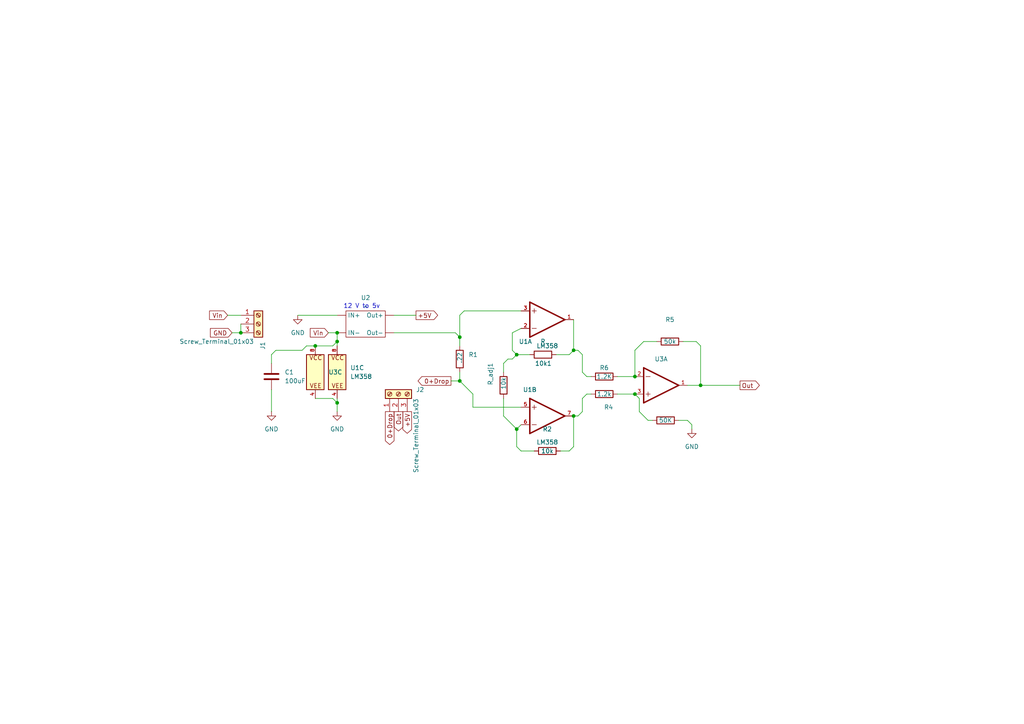
<source format=kicad_sch>
(kicad_sch (version 20231120) (generator "eeschema") (generator_version "8.0")
  (paper "A4")
  (lib_symbols
    (symbol "Connector:Screw_Terminal_01x03" (pin_names (offset 1.016) hide)
      (property "Reference" "J" (at 0 5.08 0))
      (property "Value" "Screw_Terminal_01x03" (at 0 -5.08 0))
      (symbol "Screw_Terminal_01x03_1_1"
        (rectangle (start -1.27 3.81) (end 1.27 -3.81) (stroke (width 0.254)) (fill (type background)))
        (circle (center 0 -2.54) (radius 0.635) (stroke (width 0.1524)))
        (polyline (pts (xy -0.5334 -2.2098) (xy 0.3302 -3.048)) (stroke (width 0.1524)))
        (polyline (pts (xy -0.5334 0.3302) (xy 0.3302 -0.508)) (stroke (width 0.1524)))
        (polyline (pts (xy -0.5334 2.8702) (xy 0.3302 2.032)) (stroke (width 0.1524)))
        (polyline (pts (xy -0.3556 -2.032) (xy 0.508 -2.8702)) (stroke (width 0.1524)))
        (polyline (pts (xy -0.3556 0.508) (xy 0.508 -0.3302)) (stroke (width 0.1524)))
        (polyline (pts (xy -0.3556 3.048) (xy 0.508 2.2098)) (stroke (width 0.1524)))
        (circle (center 0 0) (radius 0.635) (stroke (width 0.1524)))
        (circle (center 0 2.54) (radius 0.635) (stroke (width 0.1524)))
        (pin passive line (at -5.08 2.54 0) (length 3.81) (name "Pin_1") (number "1"))
        (pin passive line (at -5.08 0 0) (length 3.81) (name "Pin_2") (number "2"))
        (pin passive line (at -5.08 -2.54 0) (length 3.81) (name "Pin_3") (number "3"))
      )
    )
    (symbol "Device:C" (pin_numbers hide) (pin_names (offset 0.254))
      (property "Reference" "C" (at 0.635 2.54 0))
      (property "Value" "C" (at 0.635 -2.54 0))
      (symbol "C_0_1"
        (polyline (pts (xy -2.032 -0.762) (xy 2.032 -0.762)) (stroke (width 0.508)))
        (polyline (pts (xy -2.032 0.762) (xy 2.032 0.762)) (stroke (width 0.508)))
      )
      (symbol "C_1_1"
        (pin passive line (at 0 3.81 270) (length 2.794) (name "~") (number "1"))
        (pin passive line (at 0 -3.81 90) (length 2.794) (name "~") (number "2"))
      )
    )
    (symbol "Device:R" (pin_numbers hide) (pin_names (offset 0))
      (property "Reference" "R" (at 2.032 0 90))
      (property "Value" "R" (at 0 0 90))
      (symbol "R_0_1"
        (rectangle (start -1.016 -2.54) (end 1.016 2.54) (stroke (width 0.254)))
      )
      (symbol "R_1_1"
        (pin passive line (at 0 3.81 270) (length 1.27) (name "~") (number "1"))
        (pin passive line (at 0 -3.81 90) (length 1.27) (name "~") (number "2"))
      )
    )
    (symbol "LM358:LM358" (pin_names (offset 1.016))
      (property "Reference" "U" (at -5.08 5.842 0))
      (symbol "LM358_1_0"
        (polyline (pts (xy -5.08 -5.08) (xy 5.08 0)) (stroke (width 0.4064)))
        (polyline (pts (xy -5.08 5.08) (xy -5.08 -5.08)) (stroke (width 0.4064)))
        (polyline (pts (xy -4.445 -2.54) (xy -3.175 -2.54)) (stroke (width 0.1524)))
        (polyline (pts (xy -4.445 2.54) (xy -3.175 2.54)) (stroke (width 0.1524)))
        (polyline (pts (xy -3.81 -1.905) (xy -3.81 -3.175)) (stroke (width 0.1524)))
        (polyline (pts (xy 5.08 0) (xy -5.08 5.08)) (stroke (width 0.4064)))
        (pin output line (at 7.62 0 180) (length 2.54) (name "~") (number "1"))
        (pin input line (at -7.62 2.54 0) (length 2.54) (name "~") (number "2"))
        (pin input line (at -7.62 -2.54 0) (length 2.54) (name "~") (number "3"))
      )
      (symbol "LM358_2_0"
        (polyline (pts (xy -5.08 -5.08) (xy 5.08 0)) (stroke (width 0.4064)))
        (polyline (pts (xy -5.08 5.08) (xy -5.08 -5.08)) (stroke (width 0.4064)))
        (polyline (pts (xy -4.445 -2.54) (xy -3.175 -2.54)) (stroke (width 0.1524)))
        (polyline (pts (xy -4.445 2.54) (xy -3.175 2.54)) (stroke (width 0.1524)))
        (polyline (pts (xy -3.81 -1.905) (xy -3.81 -3.175)) (stroke (width 0.1524)))
        (polyline (pts (xy 5.08 0) (xy -5.08 5.08)) (stroke (width 0.4064)))
        (pin input line (at -7.62 -2.54 0) (length 2.54) (name "~") (number "5"))
        (pin input line (at -7.62 2.54 0) (length 2.54) (name "~") (number "6"))
        (pin output line (at 7.62 0 180) (length 2.54) (name "~") (number "7"))
      )
      (symbol "LM358_3_0"
        (rectangle (start -2.54 -5.08) (end 2.54 5.08) (stroke (width 0.254)) (fill (type background)))
        (text "VCC" (at 0.127 3.429 0) (effects (font (size 1.27 1.27)) (justify bottom)))
        (text "VEE" (at 0.127 -4.699 0) (effects (font (size 1.27 1.27)) (justify bottom)))
        (pin bidirectional line (at 0 -7.62 90) (length 2.54) (name "~") (number "4"))
        (pin bidirectional line (at 0 7.62 270) (length 2.54) (name "~") (number "8"))
      )
    )
    (symbol "LM358_1" (pin_names (offset 1.016))
      (property "Reference" "U" (at -5.08 5.842 0))
      (symbol "LM358_1_1_0"
        (polyline (pts (xy -5.08 -5.08) (xy 5.08 0)) (stroke (width 0.4064)))
        (polyline (pts (xy -5.08 5.08) (xy -5.08 -5.08)) (stroke (width 0.4064)))
        (polyline (pts (xy -4.445 -2.54) (xy -3.175 -2.54)) (stroke (width 0.1524)))
        (polyline (pts (xy -4.445 2.54) (xy -3.175 2.54)) (stroke (width 0.1524)))
        (polyline (pts (xy -3.81 -1.905) (xy -3.81 -3.175)) (stroke (width 0.1524)))
        (polyline (pts (xy 5.08 0) (xy -5.08 5.08)) (stroke (width 0.4064)))
        (pin output line (at 7.62 0 180) (length 2.54) (name "~") (number "1"))
        (pin input line (at -7.62 2.54 0) (length 2.54) (name "~") (number "2"))
        (pin input line (at -7.62 -2.54 0) (length 2.54) (name "~") (number "3"))
      )
      (symbol "LM358_1_2_0"
        (polyline (pts (xy -5.08 -5.08) (xy 5.08 0)) (stroke (width 0.4064)))
        (polyline (pts (xy -5.08 5.08) (xy -5.08 -5.08)) (stroke (width 0.4064)))
        (polyline (pts (xy -4.445 -2.54) (xy -3.175 -2.54)) (stroke (width 0.1524)))
        (polyline (pts (xy -4.445 2.54) (xy -3.175 2.54)) (stroke (width 0.1524)))
        (polyline (pts (xy -3.81 -1.905) (xy -3.81 -3.175)) (stroke (width 0.1524)))
        (polyline (pts (xy 5.08 0) (xy -5.08 5.08)) (stroke (width 0.4064)))
        (pin input line (at -7.62 -2.54 0) (length 2.54) (name "~") (number "5"))
        (pin input line (at -7.62 2.54 0) (length 2.54) (name "~") (number "6"))
        (pin output line (at 7.62 0 180) (length 2.54) (name "~") (number "7"))
      )
      (symbol "LM358_1_3_0"
        (rectangle (start -2.54 -5.08) (end 2.54 5.08) (stroke (width 0.254)) (fill (type background)))
        (text "VCC" (at 0.127 3.429 0) (effects (font (size 1.27 1.27)) (justify bottom)))
        (text "VEE" (at 0.127 -4.699 0) (effects (font (size 1.27 1.27)) (justify bottom)))
        (pin bidirectional line (at 0 -7.62 90) (length 2.54) (name "~") (number "4"))
        (pin bidirectional line (at 0 7.62 270) (length 2.54) (name "~") (number "8"))
      )
    )
    (symbol "LM358_2" (pin_names (offset 1.016))
      (property "Reference" "U" (at -5.08 5.842 0))
      (symbol "LM358_2_1_0"
        (polyline (pts (xy -5.08 -5.08) (xy 5.08 0)) (stroke (width 0.4064)))
        (polyline (pts (xy -5.08 5.08) (xy -5.08 -5.08)) (stroke (width 0.4064)))
        (polyline (pts (xy -4.445 -2.54) (xy -3.175 -2.54)) (stroke (width 0.1524)))
        (polyline (pts (xy -4.445 2.54) (xy -3.175 2.54)) (stroke (width 0.1524)))
        (polyline (pts (xy -3.81 -1.905) (xy -3.81 -3.175)) (stroke (width 0.1524)))
        (polyline (pts (xy 5.08 0) (xy -5.08 5.08)) (stroke (width 0.4064)))
        (pin output line (at 7.62 0 180) (length 2.54) (name "~") (number "1"))
        (pin input line (at -7.62 2.54 0) (length 2.54) (name "~") (number "2"))
        (pin input line (at -7.62 -2.54 0) (length 2.54) (name "~") (number "3"))
      )
      (symbol "LM358_2_2_0"
        (polyline (pts (xy -5.08 -5.08) (xy 5.08 0)) (stroke (width 0.4064)))
        (polyline (pts (xy -5.08 5.08) (xy -5.08 -5.08)) (stroke (width 0.4064)))
        (polyline (pts (xy -4.445 -2.54) (xy -3.175 -2.54)) (stroke (width 0.1524)))
        (polyline (pts (xy -4.445 2.54) (xy -3.175 2.54)) (stroke (width 0.1524)))
        (polyline (pts (xy -3.81 -1.905) (xy -3.81 -3.175)) (stroke (width 0.1524)))
        (polyline (pts (xy 5.08 0) (xy -5.08 5.08)) (stroke (width 0.4064)))
        (pin input line (at -7.62 -2.54 0) (length 2.54) (name "~") (number "5"))
        (pin input line (at -7.62 2.54 0) (length 2.54) (name "~") (number "6"))
        (pin output line (at 7.62 0 180) (length 2.54) (name "~") (number "7"))
      )
      (symbol "LM358_2_3_0"
        (rectangle (start -2.54 -5.08) (end 2.54 5.08) (stroke (width 0.254)) (fill (type background)))
        (text "VCC" (at 0.127 3.429 0) (effects (font (size 1.27 1.27)) (justify bottom)))
        (text "VEE" (at 0.127 -4.699 0) (effects (font (size 1.27 1.27)) (justify bottom)))
        (pin bidirectional line (at 0 -7.62 90) (length 2.54) (name "~") (number "4"))
        (pin bidirectional line (at 0 7.62 270) (length 2.54) (name "~") (number "8"))
      )
    )
    (symbol "New_Library_0:dc_buck_down_converter"
      (property "Reference" "U" (at 0.762 2.286 0))
      (symbol "dc_buck_down_converter_0_1"
        (rectangle (start 0 0) (end 11.43 -7.62))
      )
      (symbol "dc_buck_down_converter_1_1"
        (pin input line (at -2.54 -1.27 0) (length 2.54) (name "IN+") (number ""))
        (pin input line (at -2.54 -6.35 0) (length 2.54) (name "IN-") (number ""))
        (pin output line (at 13.97 -1.27 180) (length 2.54) (name "Out+") (number ""))
        (pin output line (at 13.97 -6.35 180) (length 2.54) (name "Out-") (number ""))
      )
    )
    (symbol "power:GND" (power) (pin_numbers hide) (pin_names (offset 0) hide)
      (property "Value" "GND" (at 0 -3.81 0))
      (symbol "GND_0_1"
        (polyline (pts (xy 0 0) (xy 0 -1.27) (xy 1.27 -1.27) (xy 0 -2.54) (xy -1.27 -1.27) (xy 0 -1.27)))
      )
      (symbol "GND_1_1"
        (pin power_in line (at 0 0 270) (length 0) (name "~") (number "1"))
      )
    )
  )
  (junction (at 184.15 114.3))
  (junction (at 184.15 109.22))
  (junction (at 166.37 101.6))
  (junction (at 97.79 96.52))
  (junction (at 149.86 102.87))
  (junction (at 97.79 99.06))
  (junction (at 69.85 96.52))
  (junction (at 166.37 120.65))
  (junction (at 149.86 124.46))
  (junction (at 91.44 100.33))
  (junction (at 97.79 116.84))
  (junction (at 133.35 110.49))
  (junction (at 133.35 97.79))
  (junction (at 203.2 111.76))
  (wire (pts (xy 97.79 115.57) (xy 97.79 116.84)))
  (wire (pts (xy 198.12 99.06) (xy 201.93 99.06)))
  (wire (pts (xy 170.18 114.3) (xy 168.91 115.57)))
  (wire (pts (xy 166.37 120.65) (xy 166.37 129.54)))
  (wire (pts (xy 78.74 113.03) (xy 78.74 119.38)))
  (wire (pts (xy 166.37 92.71) (xy 166.37 101.6)))
  (wire (pts (xy 149.86 129.54) (xy 151.13 130.81)))
  (wire (pts (xy 114.3 96.52) (xy 132.08 96.52)))
  (wire (pts (xy 200.66 123.19) (xy 200.66 124.46)))
  (wire (pts (xy 97.79 96.52) (xy 97.79 99.06)))
  (wire (pts (xy 130.81 110.49) (xy 133.35 110.49)))
  (wire (pts (xy 186.69 99.06) (xy 184.15 101.6)))
  (wire (pts (xy 151.13 95.25) (xy 148.59 96.52)))
  (wire (pts (xy 69.85 91.44) (xy 66.04 91.44)))
  (wire (pts (xy 134.62 90.17) (xy 133.35 91.44)))
  (wire (pts (xy 146.05 120.65) (xy 149.86 124.46)))
  (wire (pts (xy 184.15 101.6) (xy 184.15 109.22)))
  (wire (pts (xy 133.35 97.79) (xy 133.35 100.33)))
  (wire (pts (xy 146.05 115.57) (xy 146.05 120.65)))
  (wire (pts (xy 168.91 102.87) (xy 167.64 101.6)))
  (wire (pts (xy 166.37 101.6) (xy 167.64 101.6)))
  (wire (pts (xy 185.42 119.38) (xy 187.96 121.92)))
  (wire (pts (xy 78.74 102.87) (xy 80.01 101.6)))
  (wire (pts (xy 165.1 130.81) (xy 166.37 129.54)))
  (wire (pts (xy 170.18 109.22) (xy 168.91 107.95)))
  (wire (pts (xy 91.44 100.33) (xy 96.52 100.33)))
  (wire (pts (xy 149.86 102.87) (xy 153.67 102.87)))
  (wire (pts (xy 203.2 111.76) (xy 214.63 111.76)))
  (wire (pts (xy 146.05 105.41) (xy 147.32 104.14)))
  (wire (pts (xy 171.45 109.22) (xy 170.18 109.22)))
  (wire (pts (xy 134.62 90.17) (xy 151.13 90.17)))
  (wire (pts (xy 161.29 102.87) (xy 165.1 102.87)))
  (wire (pts (xy 185.42 115.57) (xy 185.42 119.38)))
  (wire (pts (xy 149.86 124.46) (xy 149.86 129.54)))
  (wire (pts (xy 69.85 93.98) (xy 69.85 96.52)))
  (wire (pts (xy 162.56 130.81) (xy 165.1 130.81)))
  (wire (pts (xy 137.16 118.11) (xy 137.16 114.3)))
  (wire (pts (xy 179.07 109.22) (xy 184.15 109.22)))
  (wire (pts (xy 170.18 114.3) (xy 171.45 114.3)))
  (wire (pts (xy 199.39 111.76) (xy 203.2 111.76)))
  (wire (pts (xy 96.52 100.33) (xy 97.79 99.06)))
  (wire (pts (xy 87.63 101.6) (xy 88.9 100.33)))
  (wire (pts (xy 69.85 96.52) (xy 67.31 96.52)))
  (wire (pts (xy 148.59 104.14) (xy 149.86 102.87)))
  (wire (pts (xy 151.13 123.19) (xy 149.86 124.46)))
  (wire (pts (xy 114.3 91.44) (xy 120.65 91.44)))
  (wire (pts (xy 148.59 101.6) (xy 149.86 102.87)))
  (wire (pts (xy 189.23 121.92) (xy 187.96 121.92)))
  (wire (pts (xy 91.44 115.57) (xy 96.52 115.57)))
  (wire (pts (xy 88.9 100.33) (xy 91.44 100.33)))
  (wire (pts (xy 201.93 99.06) (xy 203.2 100.33)))
  (wire (pts (xy 95.25 96.52) (xy 97.79 96.52)))
  (wire (pts (xy 165.1 102.87) (xy 166.37 101.6)))
  (wire (pts (xy 196.85 121.92) (xy 199.39 121.92)))
  (wire (pts (xy 97.79 99.06) (xy 97.79 100.33)))
  (wire (pts (xy 97.79 116.84) (xy 97.79 119.38)))
  (wire (pts (xy 151.13 130.81) (xy 154.94 130.81)))
  (wire (pts (xy 133.35 107.95) (xy 133.35 110.49)))
  (wire (pts (xy 137.16 118.11) (xy 151.13 118.11)))
  (wire (pts (xy 190.5 99.06) (xy 186.69 99.06)))
  (wire (pts (xy 168.91 115.57) (xy 168.91 119.38)))
  (wire (pts (xy 168.91 102.87) (xy 168.91 107.95)))
  (wire (pts (xy 132.08 96.52) (xy 133.35 97.79)))
  (wire (pts (xy 166.37 120.65) (xy 167.64 120.65)))
  (wire (pts (xy 133.35 91.44) (xy 133.35 97.79)))
  (wire (pts (xy 86.36 91.44) (xy 97.79 91.44)))
  (wire (pts (xy 96.52 115.57) (xy 97.79 116.84)))
  (wire (pts (xy 168.91 119.38) (xy 167.64 120.65)))
  (wire (pts (xy 179.07 114.3) (xy 184.15 114.3)))
  (wire (pts (xy 80.01 101.6) (xy 87.63 101.6)))
  (wire (pts (xy 146.05 107.95) (xy 146.05 105.41)))
  (wire (pts (xy 203.2 100.33) (xy 203.2 111.76)))
  (wire (pts (xy 199.39 121.92) (xy 200.66 123.19)))
  (wire (pts (xy 137.16 114.3) (xy 133.35 110.49)))
  (wire (pts (xy 148.59 96.52) (xy 148.59 101.6)))
  (wire (pts (xy 147.32 104.14) (xy 148.59 104.14)))
  (wire (pts (xy 78.74 102.87) (xy 78.74 105.41)))
  (wire (pts (xy 185.42 115.57) (xy 184.15 114.3)))
  (text "12 V to 5v \n" (at 105.41 88.9 0) (effects (font (size 1.27 1.27))))
  (global_label "+5V" (shape output) (at 120.65 91.44 0) (property "Intersheetrefs" "${INTERSHEET_REFS}" (effects (hide yes))))
  (global_label "Vin" (shape input) (at 66.04 91.44 180) (property "Intersheetrefs" "${INTERSHEET_REFS}" (effects (hide yes))))
  (global_label "GND" (shape input) (at 67.31 96.52 180) (property "Intersheetrefs" "${INTERSHEET_REFS}" (effects (hide yes))))
  (global_label "Out" (shape output) (at 115.57 119.38 270) (property "Intersheetrefs" "${INTERSHEET_REFS}" (effects (hide yes))))
  (global_label "0+Drop" (shape output) (at 113.03 119.38 270) (property "Intersheetrefs" "${INTERSHEET_REFS}" (effects (hide yes))))
  (global_label "0+Drop" (shape output) (at 130.81 110.49 180) (property "Intersheetrefs" "${INTERSHEET_REFS}" (effects (hide yes))))
  (global_label "Vin" (shape input) (at 95.25 96.52 180) (property "Intersheetrefs" "${INTERSHEET_REFS}" (effects (hide yes))))
  (global_label "+5V" (shape output) (at 118.11 119.38 270) (property "Intersheetrefs" "${INTERSHEET_REFS}" (effects (hide yes))))
  (global_label "Out" (shape output) (at 214.63 111.76 0) (property "Intersheetrefs" "${INTERSHEET_REFS}" (effects (hide yes))))
  (symbol (lib_id "Device:R") (at 175.26 114.3 90) (unit 1)
    (property "Reference" "R4" (at 176.53 118.11 90))
    (property "Value" "1.2k" (at 175.26 114.3 90))
    (property "Footprint" "Shunt Resistor:Resistor Qater Watt" (effects (hide yes)))
    (property "Description" "Resistor" (effects (hide yes)))
  )
  (symbol (lib_id "LM358:LM358") (at 158.75 92.71 0) (mirror x) (unit 1)
    (property "Reference" "U1" (at 152.4 99.06 0))
    (property "Value" "LM358" (at 158.75 100.33 0))
    (property "Footprint" "LM358:DIP08" (effects (hide yes)))
    (property "MF" "Texas Instruments" (effects (hide yes)))
    (property "Description_1" "\n                        \n                            Op Amp Dual Low Power Amplifier ±16V/32V 8-Pin TO-99 Tube\n                        \n" (effects (hide yes)))
    (property "Package" "None" (effects (hide yes)))
    (property "Price" "None" (effects (hide yes)))
    (property "Check_prices" "https://www.snapeda.com/parts/LM358/Texas+Instruments/view-part/?ref=eda" (effects (hide yes)))
    (property "VALUE" "LM358" (effects (hide yes)))
    (property "SnapEDA_Link" "https://www.snapeda.com/parts/LM358/Texas+Instruments/view-part/?ref=snap" (effects (hide yes)))
    (property "PROD_ID" "IC-09172" (effects (hide yes)))
    (property "Availability" "Not in stock" (effects (hide yes)))
    (property "MP" "LM358" (effects (hide yes)))
  )
  (symbol (lib_id "Device:R") (at 133.35 104.14 0) (unit 1)
    (property "Reference" "R1" (at 135.89 102.8699 0) (effects (justify left)))
    (property "Value" ".22" (at 133.35 105.41 90) (effects (justify left)))
    (property "Footprint" "Shunt Resistor:Resistor Qater Watt" (effects (hide yes)))
    (property "Description" "Resistor" (effects (hide yes)))
  )
  (symbol (lib_id "Device:R") (at 146.05 111.76 0) (unit 1)
    (property "Reference" "R_adj1" (at 142.24 111.76 90) (effects (justify left)))
    (property "Value" "10k" (at 146.05 113.03 90) (effects (justify left)))
    (property "Footprint" "Shunt Resistor:Resistor Qater Watt" (effects (hide yes)))
    (property "Description" "Resistor" (effects (hide yes)))
  )
  (symbol (lib_id "LM358:LM358") (at 97.79 107.95 0) (unit 3)
    (property "Reference" "U1" (at 101.6 106.6799 0) (effects (justify left)))
    (property "Value" "LM358" (at 101.6 109.2199 0) (effects (justify left)))
    (property "Footprint" "LM358:DIP08" (effects (hide yes)))
    (property "MF" "Texas Instruments" (effects (hide yes)))
    (property "Description_1" "\n                        \n                            Op Amp Dual Low Power Amplifier ±16V/32V 8-Pin TO-99 Tube\n                        \n" (effects (hide yes)))
    (property "Package" "None" (effects (hide yes)))
    (property "Price" "None" (effects (hide yes)))
    (property "Check_prices" "https://www.snapeda.com/parts/LM358/Texas+Instruments/view-part/?ref=eda" (effects (hide yes)))
    (property "VALUE" "LM358" (effects (hide yes)))
    (property "SnapEDA_Link" "https://www.snapeda.com/parts/LM358/Texas+Instruments/view-part/?ref=snap" (effects (hide yes)))
    (property "PROD_ID" "IC-09172" (effects (hide yes)))
    (property "Availability" "Not in stock" (effects (hide yes)))
    (property "MP" "LM358" (effects (hide yes)))
  )
  (symbol (lib_id "Device:R") (at 194.31 99.06 90) (unit 1)
    (property "Reference" "R5" (at 194.31 92.71 90))
    (property "Value" "50k" (at 194.31 99.06 90))
    (property "Footprint" "Shunt Resistor:Resistor Qater Watt" (effects (hide yes)))
    (property "Description" "Resistor" (effects (hide yes)))
  )
  (symbol (lib_id "Device:R") (at 193.04 121.92 90) (unit 1)
    (property "Reference" "R3" (effects (hide yes)))
    (property "Value" "50K" (at 193.04 121.92 90))
    (property "Footprint" "Shunt Resistor:Resistor Qater Watt" (effects (hide yes)))
    (property "Description" "Resistor" (effects (hide yes)))
  )
  (symbol (lib_id "power:GND") (at 97.79 119.38 0) (unit 1)
    (property "Reference" "#PWR03" (effects (hide yes)))
    (property "Value" "GND" (at 97.79 124.46 0))
    (property "Description" "Power symbol creates a global label with name \"GND\" , ground" (effects (hide yes)))
  )
  (symbol (lib_id "New_Library_0:dc_buck_down_converter") (at 100.33 90.17 0) (unit 1)
    (property "Reference" "U2" (at 106.045 86.36 0))
    (property "Value" "~" (at 106.045 88.9 0))
    (property "Footprint" "DC to DC Buck down 5V Converter:DC to DC Buck Down 5V" (effects (hide yes)))
  )
  (symbol (lib_name "LM358_2") (lib_id "LM358:LM358") (at 91.44 107.95 0) (unit 3)
    (property "Reference" "U3" (at 95.25 107.9499 0) (effects (justify left)))
    (property "Value" "LM358" (effects (hide yes)))
    (property "Footprint" "LM358:DIP08" (effects (hide yes)))
    (property "MF" "Texas Instruments" (effects (hide yes)))
    (property "Description_1" "\n                        \n                            Op Amp Dual Low Power Amplifier ±16V/32V 8-Pin TO-99 Tube\n                        \n" (effects (hide yes)))
    (property "Package" "None" (effects (hide yes)))
    (property "Price" "None" (effects (hide yes)))
    (property "Check_prices" "https://www.snapeda.com/parts/LM358/Texas+Instruments/view-part/?ref=eda" (effects (hide yes)))
    (property "SnapEDA_Link" "https://www.snapeda.com/parts/LM358/Texas+Instruments/view-part/?ref=snap" (effects (hide yes)))
    (property "PROD_ID" "IC-09172" (effects (hide yes)))
    (property "Availability" "Not in stock" (effects (hide yes)))
    (property "MP" "LM358" (effects (hide yes)))
  )
  (symbol (lib_id "power:GND") (at 86.36 91.44 0) (unit 1)
    (property "Reference" "#PWR02" (effects (hide yes)))
    (property "Value" "GND" (at 86.36 96.52 0))
    (property "Description" "Power symbol creates a global label with name \"GND\" , ground" (effects (hide yes)))
  )
  (symbol (lib_id "power:GND") (at 200.66 124.46 0) (unit 1)
    (property "Reference" "#PWR01" (effects (hide yes)))
    (property "Value" "GND" (at 200.66 129.54 0))
    (property "Description" "Power symbol creates a global label with name \"GND\" , ground" (effects (hide yes)))
  )
  (symbol (lib_id "Connector:Screw_Terminal_01x03") (at 115.57 114.3 90) (unit 1)
    (property "Reference" "J2" (at 120.65 113.0299 90) (effects (justify right)))
    (property "Value" "Screw_Terminal_01x03" (at 120.65 115.57 0) (effects (justify right)))
    (property "Footprint" "Screw terminal module:Screw Terminal 3 Pin" (effects (hide yes)))
    (property "Description" "Generic screw terminal, single row, 01x03, script generated (kicad-library-utils/schlib/autogen/connector/)" (effects (hide yes)))
  )
  (symbol (lib_id "Device:C") (at 78.74 109.22 0) (unit 1)
    (property "Reference" "C1" (at 82.55 107.9499 0) (effects (justify left)))
    (property "Value" "100uF" (at 82.55 110.49 0) (effects (justify left)))
    (property "Footprint" "Capacitor_THT:CP_Radial_D8.0mm_P3.80mm" (effects (hide yes)))
    (property "Description" "Unpolarized capacitor" (effects (hide yes)))
  )
  (symbol (lib_id "Device:R") (at 158.75 130.81 90) (unit 1)
    (property "Reference" "R2" (at 158.75 124.46 90))
    (property "Value" "10k" (at 158.75 130.81 90))
    (property "Footprint" "Shunt Resistor:Resistor Qater Watt" (effects (hide yes)))
    (property "Description" "Resistor" (effects (hide yes)))
  )
  (symbol (lib_name "LM358_1") (lib_id "LM358:LM358") (at 191.77 111.76 0) (unit 1)
    (property "Reference" "U3" (at 191.77 104.14 0))
    (property "Value" "LM358" (effects (hide yes)))
    (property "Footprint" "LM358:DIP08" (effects (hide yes)))
    (property "MF" "Texas Instruments" (effects (hide yes)))
    (property "Description_1" "\n                        \n                            Op Amp Dual Low Power Amplifier ±16V/32V 8-Pin TO-99 Tube\n                        \n" (effects (hide yes)))
    (property "Package" "None" (effects (hide yes)))
    (property "Price" "None" (effects (hide yes)))
    (property "Check_prices" "https://www.snapeda.com/parts/LM358/Texas+Instruments/view-part/?ref=eda" (effects (hide yes)))
    (property "SnapEDA_Link" "https://www.snapeda.com/parts/LM358/Texas+Instruments/view-part/?ref=snap" (effects (hide yes)))
    (property "PROD_ID" "IC-09172" (effects (hide yes)))
    (property "Availability" "Not in stock" (effects (hide yes)))
    (property "MP" "LM358" (effects (hide yes)))
  )
  (symbol (lib_id "Device:R") (at 175.26 109.22 90) (unit 1)
    (property "Reference" "R6" (at 175.26 106.68 90))
    (property "Value" "1.2K" (at 175.26 109.22 90))
    (property "Footprint" "Shunt Resistor:Resistor Qater Watt" (effects (hide yes)))
    (property "Description" "Resistor" (effects (hide yes)))
  )
  (symbol (lib_id "Connector:Screw_Terminal_01x03") (at 74.93 93.98 0) (unit 1)
    (property "Reference" "J1" (at 76.2001 99.06 90) (effects (justify right)))
    (property "Value" "Screw_Terminal_01x03" (at 73.6601 99.06 0) (effects (justify right)))
    (property "Footprint" "Screw terminal module:Screw Terminal 3 Pin" (effects (hide yes)))
    (property "Description" "Generic screw terminal, single row, 01x03, script generated (kicad-library-utils/schlib/autogen/connector/)" (effects (hide yes)))
  )
  (symbol (lib_id "power:GND") (at 78.74 119.38 0) (unit 1)
    (property "Reference" "#PWR04" (effects (hide yes)))
    (property "Value" "GND" (at 78.74 124.46 0))
    (property "Description" "Power symbol creates a global label with name \"GND\" , ground" (effects (hide yes)))
  )
  (symbol (lib_id "Device:R") (at 157.48 102.87 90) (unit 1)
    (property "Reference" "10k1" (at 160.02 105.41 90) (effects (justify left)))
    (property "Value" "R" (at 157.48 99.06 90))
    (property "Footprint" "Shunt Resistor:Resistor Qater Watt" (effects (hide yes)))
    (property "Description" "Resistor" (effects (hide yes)))
  )
  (symbol (lib_id "LM358:LM358") (at 158.75 120.65 0) (mirror x) (unit 2)
    (property "Reference" "U1" (at 153.67 113.03 0))
    (property "Value" "LM358" (at 158.75 128.27 0))
    (property "Footprint" "LM358:DIP08" (effects (hide yes)))
    (property "MF" "Texas Instruments" (effects (hide yes)))
    (property "Description_1" "\n                        \n                            Op Amp Dual Low Power Amplifier ±16V/32V 8-Pin TO-99 Tube\n                        \n" (effects (hide yes)))
    (property "Package" "None" (effects (hide yes)))
    (property "Price" "None" (effects (hide yes)))
    (property "Check_prices" "https://www.snapeda.com/parts/LM358/Texas+Instruments/view-part/?ref=eda" (effects (hide yes)))
    (property "VALUE" "LM358" (effects (hide yes)))
    (property "SnapEDA_Link" "https://www.snapeda.com/parts/LM358/Texas+Instruments/view-part/?ref=snap" (effects (hide yes)))
    (property "PROD_ID" "IC-09172" (effects (hide yes)))
    (property "Availability" "Not in stock" (effects (hide yes)))
    (property "MP" "LM358" (effects (hide yes)))
  )
)
</source>
